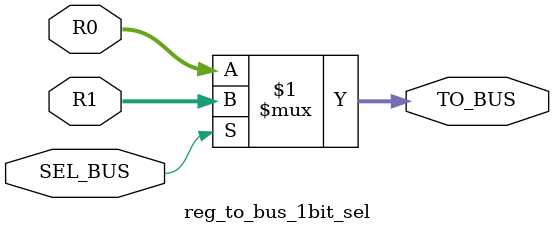
<source format=v>
`timescale 1ns / 1ps
module reg_to_bus_1bit_sel(
	input[15:0] R0,
	input[15:0] R1,
	input SEL_BUS,
	output[15:0] TO_BUS
	);
	
	assign TO_BUS = SEL_BUS? R1:R0;

endmodule

</source>
